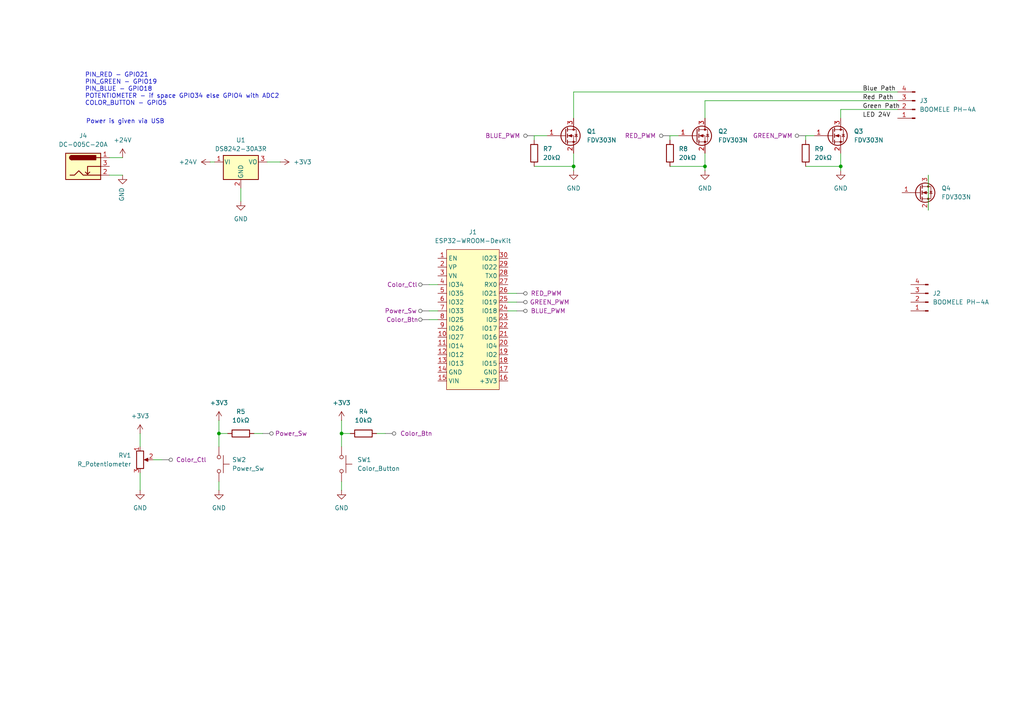
<source format=kicad_sch>
(kicad_sch (version 20250114) (generator "eeschema") (generator_version "9.0")
  (paper "A4")
  (lib_symbols
    (symbol "0603WAF2002T5E_1" (pin_numbers (hide yes))
      (property "Reference" "R" (at -4.064 0 90))
      (property "Value" "0603WAF2002T5E" (at -2.286 0 90))
      (symbol "0603WAF2002T5E_1_0_1"
        (rectangle (start -1.016 2.54) (end 1.016 -2.54) (stroke (width 0.254)))
      )
      (symbol "0603WAF2002T5E_1_1_1"
        (pin passive line (at 0 3.81 270) (length 1.27) (name "~") (number "1"))
        (pin passive line (at 0 -3.81 90) (length 1.27) (name "~") (number "2"))
      )
    )
    (symbol "Connector:Barrel_Jack_Switch" (pin_names (hide yes))
      (property "Reference" "J" (at 0 5.334 0))
      (property "Value" "Barrel_Jack_Switch" (at 0 -5.08 0))
      (symbol "Barrel_Jack_Switch_0_1"
        (rectangle (start -5.08 3.81) (end 5.08 -3.81) (stroke (width 0.254)) (fill (type background)))
        (polyline (pts (xy -3.81 -2.54) (xy -2.54 -2.54) (xy -1.27 -1.27) (xy 0 -2.54) (xy 2.54 -2.54) (xy 5.08 -2.54)) (stroke (width 0.254)))
        (arc (start -3.302 1.905) (mid -3.9343 2.54) (end -3.302 3.175) (stroke (width 0.254)))
        (arc (start -3.302 1.905) (mid -3.9343 2.54) (end -3.302 3.175) (stroke (width 0.254)) (fill (type outline)))
        (polyline (pts (xy 1.27 -2.286) (xy 1.905 -1.651)) (stroke (width 0.254)))
        (rectangle (start 3.683 3.175) (end -3.302 1.905) (stroke (width 0.254)) (fill (type outline)))
        (polyline (pts (xy 5.08 2.54) (xy 3.81 2.54)) (stroke (width 0.254)))
        (polyline (pts (xy 5.08 0) (xy 1.27 0) (xy 1.27 -2.286) (xy 0.635 -1.651)) (stroke (width 0.254)))
      )
      (symbol "Barrel_Jack_Switch_1_1"
        (pin passive line (at 7.62 2.54 180) (length 2.54) (name "~") (number "1"))
        (pin passive line (at 7.62 0 180) (length 2.54) (name "~") (number "3"))
        (pin passive line (at 7.62 -2.54 180) (length 2.54) (name "~") (number "2"))
      )
    )
    (symbol "Connector:Conn_01x04_Pin" (pin_names (offset 1.016) (hide yes))
      (property "Reference" "J" (at 0 5.08 0))
      (property "Value" "Conn_01x04_Pin" (at 0 -7.62 0))
      (symbol "Conn_01x04_Pin_1_1"
        (rectangle (start 0.8636 2.667) (end 0 2.413) (stroke (width 0.1524)) (fill (type outline)))
        (rectangle (start 0.8636 0.127) (end 0 -0.127) (stroke (width 0.1524)) (fill (type outline)))
        (rectangle (start 0.8636 -2.413) (end 0 -2.667) (stroke (width 0.1524)) (fill (type outline)))
        (rectangle (start 0.8636 -4.953) (end 0 -5.207) (stroke (width 0.1524)) (fill (type outline)))
        (polyline (pts (xy 1.27 2.54) (xy 0.8636 2.54)) (stroke (width 0.1524)))
        (polyline (pts (xy 1.27 0) (xy 0.8636 0)) (stroke (width 0.1524)))
        (polyline (pts (xy 1.27 -2.54) (xy 0.8636 -2.54)) (stroke (width 0.1524)))
        (polyline (pts (xy 1.27 -5.08) (xy 0.8636 -5.08)) (stroke (width 0.1524)))
        (pin passive line (at 5.08 2.54 180) (length 3.81) (name "Pin_1") (number "1"))
        (pin passive line (at 5.08 0 180) (length 3.81) (name "Pin_2") (number "2"))
        (pin passive line (at 5.08 -2.54 180) (length 3.81) (name "Pin_3") (number "3"))
        (pin passive line (at 5.08 -5.08 180) (length 3.81) (name "Pin_4") (number "4"))
      )
    )
    (symbol "Device:R" (pin_numbers (hide yes)) (pin_names (offset 0))
      (property "Reference" "R" (at 2.032 0 90))
      (property "Value" "R" (at 0 0 90))
      (symbol "R_0_1"
        (rectangle (start -1.016 -2.54) (end 1.016 2.54) (stroke (width 0.254)))
      )
      (symbol "R_1_1"
        (pin passive line (at 0 3.81 270) (length 1.27) (name "~") (number "1"))
        (pin passive line (at 0 -3.81 90) (length 1.27) (name "~") (number "2"))
      )
    )
    (symbol "Device:R_Potentiometer" (pin_names (offset 1.016) (hide yes))
      (property "Reference" "RV" (at -4.445 0 90))
      (property "Value" "R_Potentiometer" (at -2.54 0 90))
      (symbol "R_Potentiometer_0_1"
        (rectangle (start 1.016 2.54) (end -1.016 -2.54) (stroke (width 0.254)))
        (polyline (pts (xy 1.143 0) (xy 2.286 0.508) (xy 2.286 -0.508) (xy 1.143 0)) (fill (type outline)))
        (polyline (pts (xy 2.54 0) (xy 1.524 0)))
      )
      (symbol "R_Potentiometer_1_1"
        (pin passive line (at 0 3.81 270) (length 1.27) (name "1") (number "1"))
        (pin passive line (at 0 -3.81 90) (length 1.27) (name "3") (number "3"))
        (pin passive line (at 3.81 0 180) (length 1.27) (name "2") (number "2"))
      )
    )
    (symbol "New_Library:ESP32-WROOM-32D-Base"
      (property "Reference" "J" (at -1.778 1.524 0))
      (symbol "ESP32-WROOM-32D-Base_0_0"
        (pin input line (at -2.54 -2.54 0) (length 2.54) (name "EN") (number "1"))
        (pin input line (at -2.54 -5.08 0) (length 2.54) (name "VP") (number "2"))
        (pin input line (at -2.54 -7.62 0) (length 2.54) (name "VN") (number "3"))
        (pin input line (at -2.54 -10.16 0) (length 2.54) (name "IO34") (number "4"))
        (pin input line (at -2.54 -12.7 0) (length 2.54) (name "IO35") (number "5"))
        (pin bidirectional line (at -2.54 -15.24 0) (length 2.54) (name "IO32") (number "6"))
        (pin bidirectional line (at -2.54 -17.78 0) (length 2.54) (name "IO33") (number "7"))
        (pin bidirectional line (at -2.54 -20.32 0) (length 2.54) (name "IO25") (number "8"))
        (pin bidirectional line (at -2.54 -22.86 0) (length 2.54) (name "IO26") (number "9"))
        (pin bidirectional line (at -2.54 -25.4 0) (length 2.54) (name "IO27") (number "10"))
        (pin bidirectional line (at -2.54 -27.94 0) (length 2.54) (name "IO14") (number "11"))
        (pin bidirectional line (at -2.54 -30.48 0) (length 2.54) (name "IO12") (number "12"))
        (pin bidirectional line (at -2.54 -33.02 0) (length 2.54) (name "IO13") (number "13"))
        (pin passive line (at -2.54 -35.56 0) (length 2.54) (name "GND") (number "14"))
        (pin power_in line (at -2.54 -38.1 0) (length 2.54) (name "VIN") (number "15"))
        (pin bidirectional line (at 17.78 -2.54 180) (length 2.54) (name "IO23") (number "30"))
        (pin bidirectional line (at 17.78 -5.08 180) (length 2.54) (name "IO22") (number "29"))
        (pin bidirectional line (at 17.78 -7.62 180) (length 2.54) (name "TX0") (number "28"))
        (pin bidirectional line (at 17.78 -10.16 180) (length 2.54) (name "RX0") (number "27"))
        (pin bidirectional line (at 17.78 -12.7 180) (length 2.54) (name "IO21") (number "26"))
        (pin bidirectional line (at 17.78 -15.24 180) (length 2.54) (name "IO19") (number "25"))
        (pin bidirectional line (at 17.78 -17.78 180) (length 2.54) (name "IO18") (number "24"))
        (pin bidirectional line (at 17.78 -20.32 180) (length 2.54) (name "IO5") (number "23"))
        (pin bidirectional line (at 17.78 -22.86 180) (length 2.54) (name "IO17") (number "22"))
        (pin bidirectional line (at 17.78 -25.4 180) (length 2.54) (name "IO16") (number "21"))
        (pin bidirectional line (at 17.78 -27.94 180) (length 2.54) (name "IO4") (number "20"))
        (pin bidirectional line (at 17.78 -30.48 180) (length 2.54) (name "IO2") (number "19"))
        (pin bidirectional line (at 17.78 -33.02 180) (length 2.54) (name "IO15") (number "18"))
        (pin passive line (at 17.78 -35.56 180) (length 2.54) (name "GND") (number "17"))
        (pin power_out line (at 17.78 -38.1 180) (length 2.54) (name "+3V3") (number "16"))
      )
      (symbol "ESP32-WROOM-32D-Base_1_1"
        (rectangle (start 0 0) (end 15.24 -40.64) (fill (type color) (color 255 255 194 1)))
      )
    )
    (symbol "Regulator_Linear:KF33BDT" (pin_names (offset 0.254))
      (property "Reference" "U" (at -3.81 3.175 0))
      (property "Value" "KF33BDT" (at 0 3.175 0))
      (symbol "KF33BDT_0_1"
        (rectangle (start -5.08 1.905) (end 5.08 -5.08) (stroke (width 0.254)) (fill (type background)))
      )
      (symbol "KF33BDT_1_1"
        (pin power_in line (at -7.62 0 0) (length 2.54) (name "VI") (number "1"))
        (pin power_in line (at 0 -7.62 90) (length 2.54) (name "GND") (number "2"))
        (pin power_out line (at 7.62 0 180) (length 2.54) (name "VO") (number "3"))
      )
    )
    (symbol "Switch:SW_Push" (pin_numbers (hide yes)) (pin_names (offset 1.016) (hide yes))
      (property "Reference" "SW" (at 1.27 2.54 0))
      (property "Value" "SW_Push" (at 0 -1.524 0))
      (symbol "SW_Push_0_1"
        (circle (center -2.032 0) (radius 0.508))
        (polyline (pts (xy 0 1.27) (xy 0 3.048)))
        (circle (center 2.032 0) (radius 0.508))
        (polyline (pts (xy 2.54 1.27) (xy -2.54 1.27)))
        (pin passive line (at -5.08 0 0) (length 2.54) (name "1") (number "1"))
        (pin passive line (at 5.08 0 180) (length 2.54) (name "2") (number "2"))
      )
    )
    (symbol "Transistor_FET:DMG2302U" (pin_names (offset 0) (hide yes))
      (property "Reference" "Q" (at 5.08 1.905 0))
      (property "Value" "DMG2302U" (at 5.08 0 0))
      (symbol "DMG2302U_0_1"
        (polyline (pts (xy 0.254 1.905) (xy 0.254 -1.905)) (stroke (width 0.254)))
        (polyline (pts (xy 0.254 0) (xy -2.54 0)))
        (polyline (pts (xy 0.762 2.286) (xy 0.762 1.27)) (stroke (width 0.254)))
        (polyline (pts (xy 0.762 0.508) (xy 0.762 -0.508)) (stroke (width 0.254)))
        (polyline (pts (xy 0.762 -1.27) (xy 0.762 -2.286)) (stroke (width 0.254)))
        (polyline (pts (xy 0.762 -1.778) (xy 3.302 -1.778) (xy 3.302 1.778) (xy 0.762 1.778)))
        (polyline (pts (xy 1.016 0) (xy 2.032 0.381) (xy 2.032 -0.381) (xy 1.016 0)) (fill (type outline)))
        (circle (center 1.651 0) (radius 2.794) (stroke (width 0.254)))
        (polyline (pts (xy 2.54 2.54) (xy 2.54 1.778)))
        (circle (center 2.54 1.778) (radius 0.254) (fill (type outline)))
        (circle (center 2.54 -1.778) (radius 0.254) (fill (type outline)))
        (polyline (pts (xy 2.54 -2.54) (xy 2.54 0) (xy 0.762 0)))
        (polyline (pts (xy 2.921 0.381) (xy 3.683 0.381)))
        (polyline (pts (xy 3.302 0.381) (xy 2.921 -0.254) (xy 3.683 -0.254) (xy 3.302 0.381)))
      )
      (symbol "DMG2302U_1_1"
        (pin input line (at -5.08 0 0) (length 2.54) (name "G") (number "1"))
        (pin passive line (at 2.54 5.08 270) (length 2.54) (name "D") (number "3"))
        (pin passive line (at 2.54 -5.08 90) (length 2.54) (name "S") (number "2"))
      )
    )
    (symbol "power:+24V" (power) (pin_numbers (hide yes)) (pin_names (offset 0) (hide yes))
      (property "Value" "+24V" (at 0 3.556 0))
      (symbol "+24V_0_1"
        (polyline (pts (xy -0.762 1.27) (xy 0 2.54)))
        (polyline (pts (xy 0 2.54) (xy 0.762 1.27)))
        (polyline (pts (xy 0 0) (xy 0 2.54)))
      )
      (symbol "+24V_1_1"
        (pin power_in line (at 0 0 90) (length 0) (name "~") (number "1"))
      )
    )
    (symbol "power:+3V3" (power) (pin_numbers (hide yes)) (pin_names (offset 0) (hide yes))
      (property "Value" "+3V3" (at 0 3.556 0))
      (symbol "+3V3_0_1"
        (polyline (pts (xy -0.762 1.27) (xy 0 2.54)))
        (polyline (pts (xy 0 2.54) (xy 0.762 1.27)))
        (polyline (pts (xy 0 0) (xy 0 2.54)))
      )
      (symbol "+3V3_1_1"
        (pin power_in line (at 0 0 90) (length 0) (name "~") (number "1"))
      )
    )
    (symbol "power:GND" (power) (pin_numbers (hide yes)) (pin_names (offset 0) (hide yes))
      (property "Value" "GND" (at 0 -3.81 0))
      (symbol "GND_0_1"
        (polyline (pts (xy 0 0) (xy 0 -1.27) (xy 1.27 -1.27) (xy 0 -2.54) (xy -1.27 -1.27) (xy 0 -1.27)))
      )
      (symbol "GND_1_1"
        (pin power_in line (at 0 0 270) (length 0) (name "~") (number "1"))
      )
    )
  )
  (text "Power is given via USB" (at 36.322 35.306 0) (effects (font (size 1.27 1.27))))
  (text "PIN_RED - GPIO21\nPIN_GREEN - GPIO19\nPIN_BLUE - GPIO18\nPOTENTIOMETER - if space GPIO34 else GPIO4 with ADC2\nCOLOR_BUTTON - GPIO5" (at 24.638 25.908 0) (effects (font (size 1.27 1.27)) (justify left)))
  (junction (at 63.5 125.73))
  (junction (at 99.06 125.73))
  (junction (at 243.84 48.26))
  (junction (at 204.47 48.26))
  (junction (at 166.37 48.26))
  (wire (pts (xy 60.96 46.99) (xy 62.23 46.99)))
  (wire (pts (xy 77.47 46.99) (xy 81.28 46.99)))
  (wire (pts (xy 204.47 48.26) (xy 194.31 48.26)))
  (wire (pts (xy 154.94 39.37) (xy 154.94 40.64)))
  (wire (pts (xy 158.75 39.37) (xy 154.94 39.37)))
  (wire (pts (xy 269.24 60.96) (xy 269.24 50.8)))
  (wire (pts (xy 99.06 121.92) (xy 99.06 125.73)))
  (wire (pts (xy 233.68 40.64) (xy 233.68 39.37)))
  (wire (pts (xy 99.06 129.54) (xy 99.06 125.73)))
  (wire (pts (xy 233.68 39.37) (xy 236.22 39.37)))
  (wire (pts (xy 154.94 48.26) (xy 166.37 48.26)))
  (wire (pts (xy 243.84 44.45) (xy 243.84 48.26)))
  (wire (pts (xy 147.32 85.09) (xy 149.86 85.09)))
  (wire (pts (xy 99.06 125.73) (xy 101.6 125.73)))
  (wire (pts (xy 69.85 54.61) (xy 69.85 58.42)))
  (wire (pts (xy 99.06 139.7) (xy 99.06 142.24)))
  (wire (pts (xy 31.75 45.72) (xy 35.56 45.72)))
  (wire (pts (xy 233.68 48.26) (xy 243.84 48.26)))
  (wire (pts (xy 260.35 31.75) (xy 243.84 31.75)))
  (wire (pts (xy 166.37 48.26) (xy 166.37 49.53)))
  (wire (pts (xy 40.64 142.24) (xy 40.64 137.16)))
  (wire (pts (xy 166.37 26.67) (xy 166.37 34.29)))
  (wire (pts (xy 63.5 125.73) (xy 66.04 125.73)))
  (wire (pts (xy 243.84 48.26) (xy 243.84 49.53)))
  (wire (pts (xy 31.75 50.8) (xy 35.56 50.8)))
  (wire (pts (xy 204.47 29.21) (xy 204.47 34.29)))
  (wire (pts (xy 194.31 40.64) (xy 194.31 39.37)))
  (wire (pts (xy 109.22 125.73) (xy 111.76 125.73)))
  (wire (pts (xy 204.47 44.45) (xy 204.47 48.26)))
  (wire (pts (xy 147.32 87.63) (xy 149.86 87.63)))
  (wire (pts (xy 147.32 90.17) (xy 149.86 90.17)))
  (wire (pts (xy 63.5 125.73) (xy 63.5 129.54)))
  (wire (pts (xy 243.84 31.75) (xy 243.84 34.29)))
  (wire (pts (xy 63.5 121.92) (xy 63.5 125.73)))
  (wire (pts (xy 194.31 39.37) (xy 196.85 39.37)))
  (wire (pts (xy 40.64 129.54) (xy 40.64 125.73)))
  (wire (pts (xy 124.46 90.17) (xy 127 90.17)))
  (wire (pts (xy 63.5 139.7) (xy 63.5 142.24)))
  (wire (pts (xy 124.46 82.55) (xy 127 82.55)))
  (wire (pts (xy 73.66 125.73) (xy 76.2 125.73)))
  (wire (pts (xy 166.37 44.45) (xy 166.37 48.26)))
  (wire (pts (xy 260.35 29.21) (xy 204.47 29.21)))
  (wire (pts (xy 44.45 133.35) (xy 46.99 133.35)))
  (wire (pts (xy 260.35 26.67) (xy 166.37 26.67)))
  (wire (pts (xy 124.46 92.71) (xy 127 92.71)))
  (wire (pts (xy 204.47 48.26) (xy 204.47 49.53)))
  (label "LED 24V" (at 250.19 34.29 0))
  (label "Green Path" (at 250.19 31.75 0))
  (label "Blue Path" (at 250.19 26.67 0))
  (label "Red Path" (at 250.19 29.21 0))
  (netclass_flag "" (length 2.54) (shape round) (at 111.76 125.73 270) (property "Netclass" "Color_Btn" (at 116.078 125.73 0) (effects (justify left))))
  (netclass_flag "" (length 2.54) (shape round) (at 76.2 125.73 270) (property "Netclass" "Power_Sw" (at 79.756 125.73 0) (effects (justify left))))
  (netclass_flag "" (length 2.54) (shape round) (at 124.46 90.17 90) (property "Netclass" "Power_Sw" (at 120.904 90.17 0) (effects (justify right))))
  (netclass_flag "" (length 2.54) (shape round) (at 149.86 87.63 270) (property "Netclass" "GREEN_PWM" (at 153.67 87.63 0) (effects (justify left))))
  (netclass_flag "" (length 2.54) (shape round) (at 124.46 92.71 90) (property "Netclass" "Color_Btn" (at 112.014 92.71 0) (effects (justify left))))
  (netclass_flag "" (length 2.54) (shape round) (at 46.99 133.35 270) (property "Netclass" "Color_Ctl" (at 51.054 133.35 0) (effects (justify left))))
  (netclass_flag "" (length 2.54) (shape round) (at 154.94 39.37 90) (property "Netclass" "BLUE_PWM" (at 150.876 39.37 0) (effects (justify right))))
  (netclass_flag "" (length 2.54) (shape round) (at 124.46 82.55 90) (property "Netclass" "Color_Ctl" (at 112.268 82.55 0) (effects (justify left))))
  (netclass_flag "" (length 2.54) (shape round) (at 233.68 39.37 90) (property "Netclass" "GREEN_PWM" (at 229.87 39.37 0) (effects (justify right))))
  (netclass_flag "" (length 2.54) (shape round) (at 149.86 90.17 270) (property "Netclass" "BLUE_PWM" (at 153.924 90.17 0) (effects (justify left))))
  (netclass_flag "" (length 2.54) (shape round) (at 194.31 39.37 90) (property "Netclass" "RED_PWM" (at 190.246 39.37 0) (effects (justify right))))
  (netclass_flag "" (length 2.54) (shape round) (at 149.86 85.09 270) (property "Netclass" "RED_PWM" (at 153.924 85.09 0) (effects (justify left))))
  (symbol (lib_name "0603WAF2002T5E_1") (lib_id "Resistor:0603WAF2002T5E") (at 233.68 44.45 0) (unit 1)
    (property "Reference" "R9" (at 236.22 43.1799 0) (effects (justify left)))
    (property "Value" "20kΩ" (at 236.22 45.7199 0) (effects (justify left)))
    (property "Footprint" "Resistor_SMD:R_0201_0603Metric" (effects (hide yes)))
    (property "Datasheet" "https://jlcpcb.com/api/file/downloadByFileSystemAccessId/8579706075488587776" (effects (hide yes)))
    (property "Description" "-55℃~+155℃ 100mW 20kΩ 75V Thick Film Resistor ±1% ±100ppm/℃ 0603 Chip Resistor - Surface Mount ROHS" (effects (hide yes)))
    (property "Manufacturer" "UNI-ROYAL(Uniroyal Elec)" (effects (hide yes)))
  )
  (symbol (lib_name "0603WAF2002T5E_1") (lib_id "Resistor:0603WAF2002T5E") (at 194.31 44.45 0) (unit 1)
    (property "Reference" "R8" (at 196.85 43.1799 0) (effects (justify left)))
    (property "Value" "20kΩ" (at 196.85 45.7199 0) (effects (justify left)))
    (property "Footprint" "Resistor_SMD:R_0201_0603Metric" (effects (hide yes)))
    (property "Datasheet" "https://jlcpcb.com/api/file/downloadByFileSystemAccessId/8579706075488587776" (effects (hide yes)))
    (property "Description" "-55℃~+155℃ 100mW 20kΩ 75V Thick Film Resistor ±1% ±100ppm/℃ 0603 Chip Resistor - Surface Mount ROHS" (effects (hide yes)))
    (property "Manufacturer" "UNI-ROYAL(Uniroyal Elec)" (effects (hide yes)))
  )
  (symbol (lib_id "Transistor_FET:DMG2302U") (at 266.7 55.88 0) (unit 1)
    (property "Reference" "Q4" (at 273.05 54.6099 0) (effects (justify left)))
    (property "Value" "FDV303N" (at 273.05 57.1499 0) (effects (justify left)))
    (property "Footprint" "Package_TO_SOT_SMD:SOT-23" (effects (hide yes)))
    (property "Datasheet" "https://jlcpcb.com/api/file/downloadByFileSystemAccessId/8586175325227397120" (effects (hide yes)))
    (property "Description" "-55℃~+150℃@(Tj) 2.3nC@4.5V 25V 350mW 450mΩ@4.5V,500mA 50pF@10V 680mA One N-channel SOT-23 MOSFETs ROHS" (effects (hide yes)))
  )
  (symbol (lib_id "power:GND") (at 166.37 49.53 0) (unit 1)
    (property "Reference" "#PWR010" (effects (hide yes)))
    (property "Value" "GND" (at 166.37 54.61 0))
    (property "Description" "Power symbol creates a global label with name \"GND\" , ground" (effects (hide yes)))
  )
  (symbol (lib_id "power:+3V3") (at 40.64 125.73 0) (unit 1)
    (property "Reference" "#PWR04" (effects (hide yes)))
    (property "Value" "+3V3" (at 40.64 120.65 0))
    (property "Description" "Power symbol creates a global label with name \"+3V3\"" (effects (hide yes)))
  )
  (symbol (lib_id "Connector:Conn_01x04_Pin") (at 269.24 87.63 180) (unit 1)
    (property "Reference" "J2" (at 270.51 85.0899 0) (effects (justify right)))
    (property "Value" "BOOMELE PH-4A" (at 270.51 87.6299 0) (effects (justify right)))
    (property "Footprint" "Connector_Molex:Molex_MicroClasp_55932-0430_1x04_P2.00mm_Vertical" (effects (hide yes)))
    (property "Description" "Generic connector, single row, 01x04, script generated" (effects (hide yes)))
  )
  (symbol (lib_name "0603WAF2002T5E_1") (lib_id "Resistor:0603WAF2002T5E") (at 154.94 44.45 0) (unit 1)
    (property "Reference" "R7" (at 157.48 43.1799 0) (effects (justify left)))
    (property "Value" "20kΩ" (at 157.48 45.7199 0) (effects (justify left)))
    (property "Footprint" "Resistor_SMD:R_0201_0603Metric" (effects (hide yes)))
    (property "Datasheet" "https://jlcpcb.com/api/file/downloadByFileSystemAccessId/8579706075488587776" (effects (hide yes)))
    (property "Description" "-55℃~+155℃ 100mW 20kΩ 75V Thick Film Resistor ±1% ±100ppm/℃ 0603 Chip Resistor - Surface Mount ROHS" (effects (hide yes)))
    (property "Manufacturer" "UNI-ROYAL(Uniroyal Elec)" (effects (hide yes)))
    (property "MFR.Part #" "0603WAF2002T5E" (effects (hide yes)))
  )
  (symbol (lib_id "Device:R_Potentiometer") (at 40.64 133.35 0) (unit 1)
    (property "Reference" "RV1" (at 38.1 132.0799 0) (effects (justify right)))
    (property "Value" "R_Potentiometer" (at 38.1 134.6199 0) (effects (justify right)))
    (property "Description" "Potentiometer" (effects (hide yes)))
  )
  (symbol (lib_id "Connector:Barrel_Jack_Switch") (at 24.13 48.26 0) (unit 1)
    (property "Reference" "J4" (at 24.13 39.37 0))
    (property "Value" "DC-005C-20A" (at 24.13 41.91 0))
    (property "Footprint" "Connector_BarrelJack:BarrelJack_Horizontal" (effects (hide yes)))
    (property "Datasheet" "https://jlcpcb.com/api/file/downloadByFileSystemAccessId/8588895288585031680" (effects (hide yes)))
    (property "Description" "-20℃~+70℃ 24V 2mm 3A 6.4mm DC Power Jack Right Angle Plugin DC Power Connectors ROHS" (effects (hide yes)))
  )
  (symbol (lib_id "power:GND") (at 35.56 50.8 0) (unit 1)
    (property "Reference" "#PWR013" (effects (hide yes)))
    (property "Value" "GND" (at 35.306 54.356 90) (effects (justify right)))
    (property "Description" "Power symbol creates a global label with name \"GND\" , ground" (effects (hide yes)))
  )
  (symbol (lib_id "Device:R") (at 105.41 125.73 90) (unit 1)
    (property "Reference" "R4" (at 105.41 119.38 90))
    (property "Value" "10kΩ" (at 105.41 121.92 90))
    (property "Description" "Resistor" (effects (hide yes)))
  )
  (symbol (lib_id "power:+24V") (at 35.56 45.72 0) (unit 1)
    (property "Reference" "#PWR012" (effects (hide yes)))
    (property "Value" "+24V" (at 35.56 40.64 0))
    (property "Description" "Power symbol creates a global label with name \"+24V\"" (effects (hide yes)))
  )
  (symbol (lib_id "Regulator_Linear:KF33BDT") (at 69.85 46.99 0) (unit 1)
    (property "Reference" "U1" (at 69.85 40.64 0))
    (property "Value" "DS8242-30A3R" (at 69.85 43.18 0))
    (property "Footprint" "Package_TO_SOT_SMD:TO-252-2" (effects (hide yes)))
    (property "Datasheet" "https://jlcpcb.com/api/file/downloadByFileSystemAccessId/8602897029497057280" (effects (hide yes)))
    (property "Description" "-40℃~+125℃@(Tj) 1 1.5uA 24V 350mV@(100mA) 3V 500mA 70dB@(1kHz) Fixed Over Current Protection Positive SOT89-3-R Voltage Regulators - Linear, Low Drop Out (LDO) Regulators ROHS" (effects (hide yes)))
  )
  (symbol (lib_id "Switch:SW_Push") (at 63.5 134.62 270) (unit 1)
    (property "Reference" "SW2" (at 67.31 133.3499 90) (effects (justify left)))
    (property "Value" "Power_Sw" (at 67.31 135.8899 90) (effects (justify left)))
    (property "Description" "Push button switch, generic, two pins" (effects (hide yes)))
  )
  (symbol (lib_id "power:+3V3") (at 99.06 121.92 0) (unit 1)
    (property "Reference" "#PWR06" (effects (hide yes)))
    (property "Value" "+3V3" (at 99.06 116.84 0))
    (property "Description" "Power symbol creates a global label with name \"+3V3\"" (effects (hide yes)))
  )
  (symbol (lib_id "New_Library:ESP32-WROOM-32D-Base") (at 129.54 72.39 0) (unit 1)
    (property "Reference" "J1" (at 137.16 67.31 0))
    (property "Value" "ESP32-WROOM-DevKit" (at 137.16 69.85 0))
    (property "Footprint" "Connector_PinSocket_2.00mm:PinSocket_1x15_P2.00mm_Vertical" (effects (hide yes)))
  )
  (symbol (lib_id "power:+24V") (at 60.96 46.99 90) (unit 1)
    (property "Reference" "#PWR014" (effects (hide yes)))
    (property "Value" "+24V" (at 57.15 46.9899 90) (effects (justify left)))
    (property "Description" "Power symbol creates a global label with name \"+24V\"" (effects (hide yes)))
  )
  (symbol (lib_id "power:+3V3") (at 63.5 121.92 0) (unit 1)
    (property "Reference" "#PWR08" (effects (hide yes)))
    (property "Value" "+3V3" (at 63.5 116.84 0))
    (property "Description" "Power symbol creates a global label with name \"+3V3\"" (effects (hide yes)))
  )
  (symbol (lib_id "power:GND") (at 40.64 142.24 0) (unit 1)
    (property "Reference" "#PWR05" (effects (hide yes)))
    (property "Value" "GND" (at 40.64 147.32 0))
    (property "Description" "Power symbol creates a global label with name \"GND\" , ground" (effects (hide yes)))
  )
  (symbol (lib_id "power:GND") (at 99.06 142.24 0) (unit 1)
    (property "Reference" "#PWR07" (effects (hide yes)))
    (property "Value" "GND" (at 99.06 147.32 0))
    (property "Description" "Power symbol creates a global label with name \"GND\" , ground" (effects (hide yes)))
  )
  (symbol (lib_id "Connector:Conn_01x04_Pin") (at 265.43 31.75 180) (unit 1)
    (property "Reference" "J3" (at 266.7 29.2099 0) (effects (justify right)))
    (property "Value" "BOOMELE PH-4A" (at 266.7 31.7499 0) (effects (justify right)))
    (property "Footprint" "Connector_Molex:Molex_MicroClasp_55932-0430_1x04_P2.00mm_Vertical" (effects (hide yes)))
    (property "Description" "Generic connector, single row, 01x04, script generated" (effects (hide yes)))
  )
  (symbol (lib_id "power:GND") (at 63.5 142.24 0) (unit 1)
    (property "Reference" "#PWR09" (effects (hide yes)))
    (property "Value" "GND" (at 63.5 147.32 0))
    (property "Description" "Power symbol creates a global label with name \"GND\" , ground" (effects (hide yes)))
  )
  (symbol (lib_id "Transistor_FET:DMG2302U") (at 201.93 39.37 0) (unit 1)
    (property "Reference" "Q2" (at 208.28 38.0999 0) (effects (justify left)))
    (property "Value" "FDV303N" (at 208.28 40.6399 0) (effects (justify left)))
    (property "Footprint" "Package_TO_SOT_SMD:SOT-23" (effects (hide yes)))
    (property "Datasheet" "https://jlcpcb.com/api/file/downloadByFileSystemAccessId/8586175325227397120" (effects (hide yes)))
    (property "Description" "-55℃~+150℃@(Tj) 2.3nC@4.5V 25V 350mW 450mΩ@4.5V,500mA 50pF@10V 680mA One N-channel SOT-23 MOSFETs ROHS" (effects (hide yes)))
  )
  (symbol (lib_id "power:GND") (at 69.85 58.42 0) (unit 1)
    (property "Reference" "#PWR015" (effects (hide yes)))
    (property "Value" "GND" (at 69.85 63.5 0))
    (property "Description" "Power symbol creates a global label with name \"GND\" , ground" (effects (hide yes)))
  )
  (symbol (lib_id "Transistor_FET:DMG2302U") (at 241.3 39.37 0) (unit 1)
    (property "Reference" "Q3" (at 247.65 38.0999 0) (effects (justify left)))
    (property "Value" "FDV303N" (at 247.65 40.6399 0) (effects (justify left)))
    (property "Footprint" "Package_TO_SOT_SMD:SOT-23" (effects (hide yes)))
    (property "Datasheet" "https://jlcpcb.com/api/file/downloadByFileSystemAccessId/8586175325227397120" (effects (hide yes)))
    (property "Description" "-55℃~+150℃@(Tj) 2.3nC@4.5V 25V 350mW 450mΩ@4.5V,500mA 50pF@10V 680mA One N-channel SOT-23 MOSFETs ROHS" (effects (hide yes)))
  )
  (symbol (lib_id "power:GND") (at 204.47 49.53 0) (unit 1)
    (property "Reference" "#PWR011" (effects (hide yes)))
    (property "Value" "GND" (at 204.47 54.61 0))
    (property "Description" "Power symbol creates a global label with name \"GND\" , ground" (effects (hide yes)))
  )
  (symbol (lib_id "Transistor_FET:DMG2302U") (at 163.83 39.37 0) (unit 1)
    (property "Reference" "Q1" (at 170.18 38.0999 0) (effects (justify left)))
    (property "Value" "FDV303N" (at 170.18 40.6399 0) (effects (justify left)))
    (property "Footprint" "Package_TO_SOT_SMD:SOT-23" (effects (hide yes)))
    (property "Datasheet" "https://jlcpcb.com/api/file/downloadByFileSystemAccessId/8586175325227397120" (effects (hide yes)))
    (property "Description" "-55℃~+150℃@(Tj) 2.3nC@4.5V 25V 350mW 450mΩ@4.5V,500mA 50pF@10V 680mA One N-channel SOT-23 MOSFETs ROHS" (effects (hide yes)))
  )
  (symbol (lib_id "power:GND") (at 243.84 49.53 0) (unit 1)
    (property "Reference" "#PWR017" (effects (hide yes)))
    (property "Value" "GND" (at 243.84 54.61 0))
    (property "Description" "Power symbol creates a global label with name \"GND\" , ground" (effects (hide yes)))
  )
  (symbol (lib_id "Switch:SW_Push") (at 99.06 134.62 270) (unit 1)
    (property "Reference" "SW1" (at 107.696 133.35 90) (effects (justify right)))
    (property "Value" "Color_Button" (at 103.632 135.89 90) (effects (justify left)))
    (property "Description" "Push button switch, generic, two pins" (effects (hide yes)))
  )
  (symbol (lib_id "power:+3V3") (at 81.28 46.99 270) (unit 1)
    (property "Reference" "#PWR016" (effects (hide yes)))
    (property "Value" "+3V3" (at 85.09 46.9899 90) (effects (justify left)))
    (property "Description" "Power symbol creates a global label with name \"+3V3\"" (effects (hide yes)))
  )
  (symbol (lib_id "Device:R") (at 69.85 125.73 90) (unit 1)
    (property "Reference" "R5" (at 69.85 119.38 90))
    (property "Value" "10kΩ" (at 69.85 121.92 90))
    (property "Description" "Resistor" (effects (hide yes)))
  )
)
</source>
